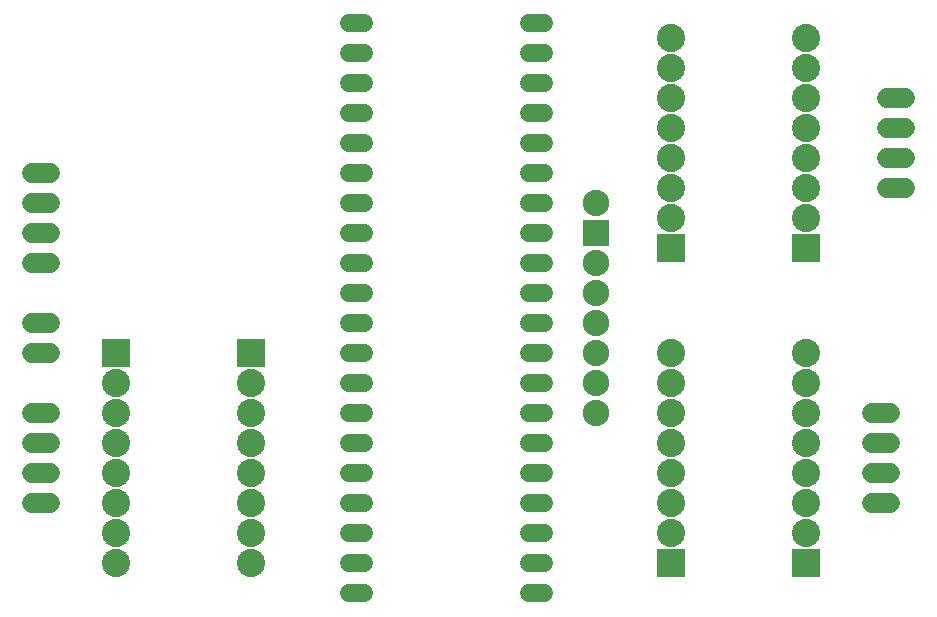
<source format=gbr>
G04 EAGLE Gerber RS-274X export*
G75*
%MOMM*%
%FSLAX34Y34*%
%LPD*%
%INSoldermask Bottom*%
%IPPOS*%
%AMOC8*
5,1,8,0,0,1.08239X$1,22.5*%
G01*
%ADD10C,1.711200*%
%ADD11R,2.387600X2.387600*%
%ADD12C,2.387600*%
%ADD13C,1.511200*%
%ADD14C,2.235200*%
%ADD15R,2.235200X2.235200*%


D10*
X109140Y139700D02*
X94060Y139700D01*
X94060Y165100D02*
X109140Y165100D01*
X109140Y215900D02*
X94060Y215900D01*
X94060Y190500D02*
X109140Y190500D01*
X817960Y482600D02*
X833040Y482600D01*
X833040Y457200D02*
X817960Y457200D01*
X817960Y406400D02*
X833040Y406400D01*
X833040Y431800D02*
X817960Y431800D01*
X820340Y215900D02*
X805260Y215900D01*
X805260Y190500D02*
X820340Y190500D01*
X820340Y139700D02*
X805260Y139700D01*
X805260Y165100D02*
X820340Y165100D01*
D11*
X279400Y266700D03*
D12*
X279400Y241300D03*
X279400Y215900D03*
X279400Y190500D03*
X279400Y165100D03*
X279400Y139700D03*
X279400Y114300D03*
X279400Y88900D03*
D11*
X165100Y266700D03*
D12*
X165100Y241300D03*
X165100Y215900D03*
X165100Y190500D03*
X165100Y165100D03*
X165100Y139700D03*
X165100Y114300D03*
X165100Y88900D03*
D11*
X635000Y88900D03*
D12*
X635000Y114300D03*
X635000Y139700D03*
X635000Y165100D03*
X635000Y190500D03*
X635000Y215900D03*
X635000Y241300D03*
X635000Y266700D03*
D11*
X749300Y88900D03*
D12*
X749300Y114300D03*
X749300Y139700D03*
X749300Y165100D03*
X749300Y190500D03*
X749300Y215900D03*
X749300Y241300D03*
X749300Y266700D03*
D11*
X635000Y355600D03*
D12*
X635000Y381000D03*
X635000Y406400D03*
X635000Y431800D03*
X635000Y457200D03*
X635000Y482600D03*
X635000Y508000D03*
X635000Y533400D03*
D11*
X749300Y355600D03*
D12*
X749300Y381000D03*
X749300Y406400D03*
X749300Y431800D03*
X749300Y457200D03*
X749300Y482600D03*
X749300Y508000D03*
X749300Y533400D03*
D13*
X374840Y546100D02*
X361760Y546100D01*
X361760Y520700D02*
X374840Y520700D01*
X374840Y495300D02*
X361760Y495300D01*
X361760Y469900D02*
X374840Y469900D01*
X374840Y444500D02*
X361760Y444500D01*
X361760Y419100D02*
X374840Y419100D01*
X374840Y393700D02*
X361760Y393700D01*
X361760Y368300D02*
X374840Y368300D01*
X374840Y342900D02*
X361760Y342900D01*
X361760Y317500D02*
X374840Y317500D01*
X374840Y292100D02*
X361760Y292100D01*
X361760Y266700D02*
X374840Y266700D01*
X374840Y241300D02*
X361760Y241300D01*
X361760Y215900D02*
X374840Y215900D01*
X374840Y190500D02*
X361760Y190500D01*
X361760Y165100D02*
X374840Y165100D01*
X374840Y139700D02*
X361760Y139700D01*
X361760Y114300D02*
X374840Y114300D01*
X374840Y88900D02*
X361760Y88900D01*
X361760Y63500D02*
X374840Y63500D01*
X514160Y546100D02*
X527240Y546100D01*
X527240Y520700D02*
X514160Y520700D01*
X514160Y495300D02*
X527240Y495300D01*
X527240Y469900D02*
X514160Y469900D01*
X514160Y444500D02*
X527240Y444500D01*
X527240Y419100D02*
X514160Y419100D01*
X514160Y393700D02*
X527240Y393700D01*
X527240Y368300D02*
X514160Y368300D01*
X514160Y342900D02*
X527240Y342900D01*
X527240Y317500D02*
X514160Y317500D01*
X514160Y292100D02*
X527240Y292100D01*
X527240Y266700D02*
X514160Y266700D01*
X514160Y241300D02*
X527240Y241300D01*
X527240Y215900D02*
X514160Y215900D01*
X514160Y190500D02*
X527240Y190500D01*
X527240Y165100D02*
X514160Y165100D01*
X514160Y139700D02*
X527240Y139700D01*
X527240Y114300D02*
X514160Y114300D01*
X514160Y88900D02*
X527240Y88900D01*
X527240Y63500D02*
X514160Y63500D01*
D14*
X571500Y215900D03*
X571500Y241300D03*
X571500Y266700D03*
X571500Y292100D03*
X571500Y317500D03*
X571500Y342900D03*
D15*
X571500Y368300D03*
D14*
X571500Y393700D03*
D10*
X109140Y292100D02*
X94060Y292100D01*
X94060Y266700D02*
X109140Y266700D01*
X109140Y342900D02*
X94060Y342900D01*
X94060Y368300D02*
X109140Y368300D01*
X109140Y393700D02*
X94060Y393700D01*
X94060Y419100D02*
X109140Y419100D01*
M02*

</source>
